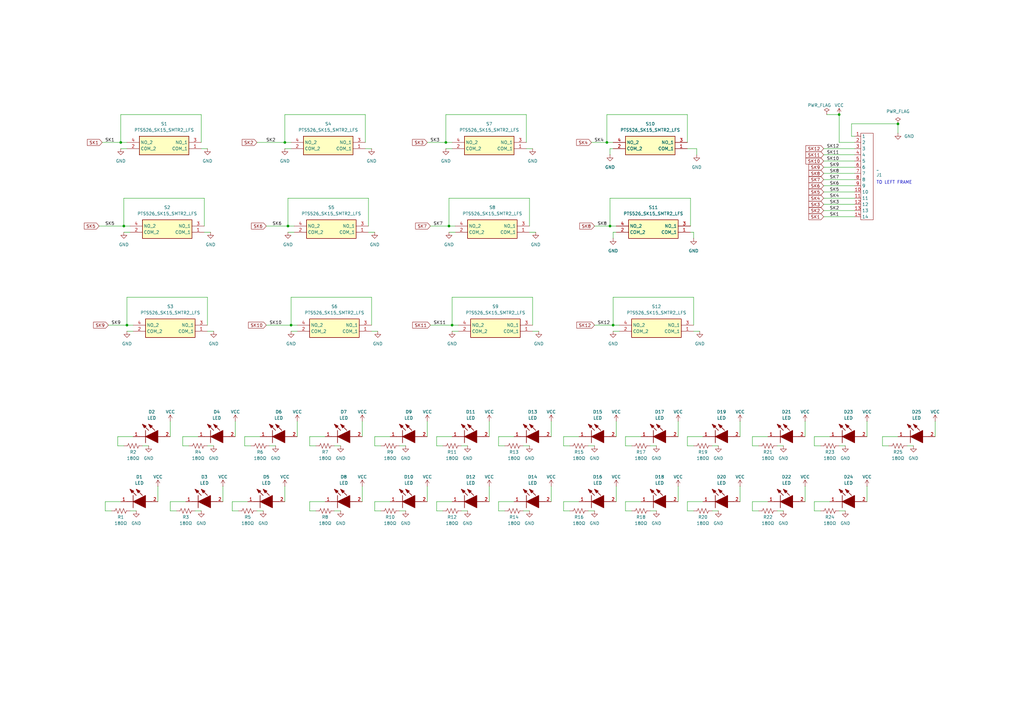
<source format=kicad_sch>
(kicad_sch (version 20231120) (generator "eeschema") (generator_version "8.0")
  (paper "A3")
  (junction (at 344.17 46.99))
  (junction (at 250.19 92.71))
  (junction (at 182.88 58.42))
  (junction (at 368.3 50.8))
  (junction (at 116.84 58.42))
  (junction (at 248.92 58.42))
  (junction (at 52.07 133.35))
  (junction (at 119.38 133.35))
  (junction (at 251.46 133.35))
  (junction (at 184.15 92.71))
  (junction (at 50.8 92.71))
  (junction (at 185.42 133.35))
  (junction (at 49.53 58.42))
  (junction (at 118.11 92.71))
  (wire (pts (xy 52.07 121.92) (xy 85.09 121.92)))
  (wire (pts (xy 337.82 66.04) (xy 350.52 66.04)))
  (wire (pts (xy 214.63 209.55) (xy 217.17 209.55)))
  (wire (pts (xy 256.54 205.74) (xy 262.89 205.74)))
  (wire (pts (xy 118.11 81.28) (xy 151.13 81.28)))
  (wire (pts (xy 85.09 135.89) (xy 87.63 135.89)))
  (wire (pts (xy 284.48 95.25) (xy 283.21 95.25)))
  (wire (pts (xy 308.61 179.07) (xy 314.96 179.07)))
  (wire (pts (xy 285.75 60.96) (xy 281.94 60.96)))
  (wire (pts (xy 361.95 182.88) (xy 364.49 182.88)))
  (wire (pts (xy 50.8 81.28) (xy 50.8 92.71)))
  (wire (pts (xy 49.53 46.99) (xy 82.55 46.99)))
  (wire (pts (xy 303.53 199.39) (xy 303.53 205.74)))
  (wire (pts (xy 96.52 172.72) (xy 96.52 179.07)))
  (wire (pts (xy 95.25 209.55) (xy 97.79 209.55)))
  (wire (pts (xy 344.17 209.55) (xy 346.71 209.55)))
  (wire (pts (xy 48.26 182.88) (xy 50.8 182.88)))
  (wire (pts (xy 69.85 205.74) (xy 69.85 209.55)))
  (wire (pts (xy 41.91 58.42) (xy 49.53 58.42)))
  (wire (pts (xy 334.01 182.88) (xy 336.55 182.88)))
  (wire (pts (xy 251.46 95.25) (xy 252.73 95.25)))
  (wire (pts (xy 337.82 60.96) (xy 350.52 60.96)))
  (wire (pts (xy 337.82 68.58) (xy 350.52 68.58)))
  (wire (pts (xy 368.3 50.8) (xy 368.3 54.61)))
  (wire (pts (xy 337.82 76.2) (xy 350.52 76.2)))
  (wire (pts (xy 153.67 179.07) (xy 160.02 179.07)))
  (wire (pts (xy 204.47 209.55) (xy 207.01 209.55)))
  (wire (pts (xy 204.47 205.74) (xy 204.47 209.55)))
  (wire (pts (xy 284.48 121.92) (xy 284.48 133.35)))
  (wire (pts (xy 153.67 205.74) (xy 160.02 205.74)))
  (wire (pts (xy 285.75 63.5) (xy 285.75 60.96)))
  (wire (pts (xy 153.67 209.55) (xy 156.21 209.55)))
  (wire (pts (xy 49.53 58.42) (xy 52.07 58.42)))
  (wire (pts (xy 281.94 182.88) (xy 284.48 182.88)))
  (wire (pts (xy 215.9 46.99) (xy 215.9 58.42)))
  (wire (pts (xy 250.19 81.28) (xy 283.21 81.28)))
  (wire (pts (xy 74.93 179.07) (xy 74.93 182.88)))
  (wire (pts (xy 153.67 182.88) (xy 156.21 182.88)))
  (wire (pts (xy 184.15 95.25) (xy 186.69 95.25)))
  (wire (pts (xy 266.7 182.88) (xy 269.24 182.88)))
  (wire (pts (xy 182.88 46.99) (xy 182.88 58.42)))
  (wire (pts (xy 184.15 81.28) (xy 184.15 92.71)))
  (wire (pts (xy 241.3 182.88) (xy 243.84 182.88)))
  (wire (pts (xy 231.14 179.07) (xy 237.49 179.07)))
  (wire (pts (xy 149.86 46.99) (xy 149.86 58.42)))
  (wire (pts (xy 218.44 135.89) (xy 220.98 135.89)))
  (wire (pts (xy 214.63 182.88) (xy 217.17 182.88)))
  (wire (pts (xy 204.47 205.74) (xy 210.82 205.74)))
  (wire (pts (xy 85.09 121.92) (xy 85.09 133.35)))
  (wire (pts (xy 100.33 182.88) (xy 102.87 182.88)))
  (wire (pts (xy 250.19 63.5) (xy 250.19 60.96)))
  (wire (pts (xy 116.84 60.96) (xy 119.38 60.96)))
  (wire (pts (xy 179.07 182.88) (xy 181.61 182.88)))
  (wire (pts (xy 250.19 60.96) (xy 251.46 60.96)))
  (wire (pts (xy 251.46 121.92) (xy 251.46 133.35)))
  (wire (pts (xy 179.07 205.74) (xy 185.42 205.74)))
  (wire (pts (xy 52.07 121.92) (xy 52.07 133.35)))
  (wire (pts (xy 284.48 135.89) (xy 287.02 135.89)))
  (wire (pts (xy 179.07 179.07) (xy 185.42 179.07)))
  (wire (pts (xy 185.42 135.89) (xy 187.96 135.89)))
  (wire (pts (xy 337.82 83.82) (xy 350.52 83.82)))
  (wire (pts (xy 252.73 172.72) (xy 252.73 179.07)))
  (wire (pts (xy 48.26 179.07) (xy 54.61 179.07)))
  (wire (pts (xy 334.01 209.55) (xy 336.55 209.55)))
  (wire (pts (xy 175.26 58.42) (xy 182.88 58.42)))
  (wire (pts (xy 266.7 209.55) (xy 269.24 209.55)))
  (wire (pts (xy 278.13 172.72) (xy 278.13 179.07)))
  (wire (pts (xy 226.06 172.72) (xy 226.06 179.07)))
  (wire (pts (xy 349.25 50.8) (xy 368.3 50.8)))
  (wire (pts (xy 185.42 121.92) (xy 218.44 121.92)))
  (wire (pts (xy 153.67 179.07) (xy 153.67 182.88)))
  (wire (pts (xy 308.61 205.74) (xy 308.61 209.55)))
  (wire (pts (xy 372.11 182.88) (xy 374.65 182.88)))
  (wire (pts (xy 48.26 179.07) (xy 48.26 182.88)))
  (wire (pts (xy 256.54 179.07) (xy 262.89 179.07)))
  (wire (pts (xy 355.6 199.39) (xy 355.6 205.74)))
  (wire (pts (xy 53.34 209.55) (xy 55.88 209.55)))
  (wire (pts (xy 251.46 135.89) (xy 254 135.89)))
  (wire (pts (xy 43.18 209.55) (xy 45.72 209.55)))
  (wire (pts (xy 251.46 121.92) (xy 284.48 121.92)))
  (wire (pts (xy 184.15 81.28) (xy 217.17 81.28)))
  (wire (pts (xy 218.44 121.92) (xy 218.44 133.35)))
  (wire (pts (xy 137.16 182.88) (xy 139.7 182.88)))
  (wire (pts (xy 303.53 172.72) (xy 303.53 179.07)))
  (wire (pts (xy 116.84 199.39) (xy 116.84 205.74)))
  (wire (pts (xy 148.59 172.72) (xy 148.59 179.07)))
  (wire (pts (xy 184.15 92.71) (xy 186.69 92.71)))
  (wire (pts (xy 127 205.74) (xy 127 209.55)))
  (wire (pts (xy 95.25 205.74) (xy 95.25 209.55)))
  (wire (pts (xy 74.93 179.07) (xy 81.28 179.07)))
  (wire (pts (xy 231.14 209.55) (xy 233.68 209.55)))
  (wire (pts (xy 337.82 63.5) (xy 350.52 63.5)))
  (wire (pts (xy 281.94 179.07) (xy 281.94 182.88)))
  (wire (pts (xy 361.95 179.07) (xy 361.95 182.88)))
  (wire (pts (xy 74.93 182.88) (xy 77.47 182.88)))
  (wire (pts (xy 355.6 172.72) (xy 355.6 179.07)))
  (wire (pts (xy 69.85 172.72) (xy 69.85 179.07)))
  (wire (pts (xy 281.94 46.99) (xy 281.94 58.42)))
  (wire (pts (xy 189.23 182.88) (xy 191.77 182.88)))
  (wire (pts (xy 50.8 81.28) (xy 83.82 81.28)))
  (wire (pts (xy 250.19 92.71) (xy 252.73 92.71)))
  (wire (pts (xy 82.55 46.99) (xy 82.55 58.42)))
  (wire (pts (xy 64.77 199.39) (xy 64.77 205.74)))
  (wire (pts (xy 217.17 95.25) (xy 219.71 95.25)))
  (wire (pts (xy 100.33 179.07) (xy 106.68 179.07)))
  (wire (pts (xy 349.25 50.8) (xy 349.25 55.88)))
  (wire (pts (xy 179.07 209.55) (xy 181.61 209.55)))
  (wire (pts (xy 200.66 172.72) (xy 200.66 179.07)))
  (wire (pts (xy 250.19 81.28) (xy 250.19 92.71)))
  (wire (pts (xy 226.06 199.39) (xy 226.06 205.74)))
  (wire (pts (xy 109.22 92.71) (xy 118.11 92.71)))
  (wire (pts (xy 308.61 179.07) (xy 308.61 182.88)))
  (wire (pts (xy 118.11 95.25) (xy 120.65 95.25)))
  (wire (pts (xy 308.61 209.55) (xy 311.15 209.55)))
  (wire (pts (xy 251.46 97.79) (xy 251.46 95.25)))
  (wire (pts (xy 127 205.74) (xy 133.35 205.74)))
  (wire (pts (xy 43.18 205.74) (xy 49.53 205.74)))
  (wire (pts (xy 44.45 133.35) (xy 52.07 133.35)))
  (wire (pts (xy 256.54 209.55) (xy 259.08 209.55)))
  (wire (pts (xy 176.53 92.71) (xy 184.15 92.71)))
  (wire (pts (xy 337.82 81.28) (xy 350.52 81.28)))
  (wire (pts (xy 278.13 199.39) (xy 278.13 205.74)))
  (wire (pts (xy 83.82 95.25) (xy 86.36 95.25)))
  (wire (pts (xy 334.01 179.07) (xy 334.01 182.88)))
  (wire (pts (xy 118.11 92.71) (xy 120.65 92.71)))
  (wire (pts (xy 337.82 86.36) (xy 350.52 86.36)))
  (wire (pts (xy 109.22 133.35) (xy 119.38 133.35)))
  (wire (pts (xy 204.47 179.07) (xy 210.82 179.07)))
  (wire (pts (xy 127 179.07) (xy 133.35 179.07)))
  (wire (pts (xy 127 179.07) (xy 127 182.88)))
  (wire (pts (xy 182.88 46.99) (xy 215.9 46.99)))
  (wire (pts (xy 137.16 209.55) (xy 139.7 209.55)))
  (wire (pts (xy 281.94 205.74) (xy 281.94 209.55)))
  (wire (pts (xy 152.4 135.89) (xy 154.94 135.89)))
  (wire (pts (xy 50.8 95.25) (xy 53.34 95.25)))
  (wire (pts (xy 153.67 205.74) (xy 153.67 209.55)))
  (wire (pts (xy 118.11 81.28) (xy 118.11 92.71)))
  (wire (pts (xy 50.8 92.71) (xy 53.34 92.71)))
  (wire (pts (xy 152.4 121.92) (xy 152.4 133.35)))
  (wire (pts (xy 80.01 209.55) (xy 82.55 209.55)))
  (wire (pts (xy 175.26 199.39) (xy 175.26 205.74)))
  (wire (pts (xy 148.59 199.39) (xy 148.59 205.74)))
  (wire (pts (xy 344.17 58.42) (xy 350.52 58.42)))
  (wire (pts (xy 281.94 209.55) (xy 284.48 209.55)))
  (wire (pts (xy 242.57 58.42) (xy 248.92 58.42)))
  (wire (pts (xy 339.09 46.99) (xy 344.17 46.99)))
  (wire (pts (xy 330.2 172.72) (xy 330.2 179.07)))
  (wire (pts (xy 85.09 182.88) (xy 87.63 182.88)))
  (wire (pts (xy 252.73 199.39) (xy 252.73 205.74)))
  (wire (pts (xy 241.3 209.55) (xy 243.84 209.55)))
  (wire (pts (xy 83.82 81.28) (xy 83.82 92.71)))
  (wire (pts (xy 308.61 182.88) (xy 311.15 182.88)))
  (wire (pts (xy 383.54 172.72) (xy 383.54 179.07)))
  (wire (pts (xy 151.13 95.25) (xy 153.67 95.25)))
  (wire (pts (xy 337.82 71.12) (xy 350.52 71.12)))
  (wire (pts (xy 200.66 199.39) (xy 200.66 205.74)))
  (wire (pts (xy 175.26 172.72) (xy 175.26 179.07)))
  (wire (pts (xy 337.82 78.74) (xy 350.52 78.74)))
  (wire (pts (xy 334.01 205.74) (xy 340.36 205.74)))
  (wire (pts (xy 116.84 58.42) (xy 119.38 58.42)))
  (wire (pts (xy 189.23 209.55) (xy 191.77 209.55)))
  (wire (pts (xy 105.41 58.42) (xy 116.84 58.42)))
  (wire (pts (xy 281.94 205.74) (xy 288.29 205.74)))
  (wire (pts (xy 163.83 182.88) (xy 166.37 182.88)))
  (wire (pts (xy 361.95 179.07) (xy 368.3 179.07)))
  (wire (pts (xy 344.17 46.99) (xy 344.17 58.42)))
  (wire (pts (xy 119.38 133.35) (xy 121.92 133.35)))
  (wire (pts (xy 349.25 55.88) (xy 350.52 55.88)))
  (wire (pts (xy 185.42 133.35) (xy 187.96 133.35)))
  (wire (pts (xy 215.9 60.96) (xy 218.44 60.96)))
  (wire (pts (xy 119.38 121.92) (xy 152.4 121.92)))
  (wire (pts (xy 231.14 179.07) (xy 231.14 182.88)))
  (wire (pts (xy 127 182.88) (xy 129.54 182.88)))
  (wire (pts (xy 204.47 179.07) (xy 204.47 182.88)))
  (wire (pts (xy 256.54 205.74) (xy 256.54 209.55)))
  (wire (pts (xy 182.88 58.42) (xy 185.42 58.42)))
  (wire (pts (xy 248.92 46.99) (xy 281.94 46.99)))
  (wire (pts (xy 58.42 182.88) (xy 60.96 182.88)))
  (wire (pts (xy 217.17 81.28) (xy 217.17 92.71)))
  (wire (pts (xy 256.54 179.07) (xy 256.54 182.88)))
  (wire (pts (xy 69.85 205.74) (xy 76.2 205.74)))
  (wire (pts (xy 292.1 182.88) (xy 294.64 182.88)))
  (wire (pts (xy 52.07 133.35) (xy 54.61 133.35)))
  (wire (pts (xy 121.92 172.72) (xy 121.92 179.07)))
  (wire (pts (xy 318.77 182.88) (xy 321.31 182.88)))
  (wire (pts (xy 231.14 182.88) (xy 233.68 182.88)))
  (wire (pts (xy 284.48 97.79) (xy 284.48 95.25)))
  (wire (pts (xy 151.13 81.28) (xy 151.13 92.71)))
  (wire (pts (xy 292.1 209.55) (xy 294.64 209.55)))
  (wire (pts (xy 43.18 205.74) (xy 43.18 209.55)))
  (wire (pts (xy 231.14 205.74) (xy 237.49 205.74)))
  (wire (pts (xy 204.47 182.88) (xy 207.01 182.88)))
  (wire (pts (xy 308.61 205.74) (xy 314.96 205.74)))
  (wire (pts (xy 334.01 179.07) (xy 340.36 179.07)))
  (wire (pts (xy 127 209.55) (xy 129.54 209.55)))
  (wire (pts (xy 330.2 199.39) (xy 330.2 205.74)))
  (wire (pts (xy 91.44 199.39) (xy 91.44 205.74)))
  (wire (pts (xy 185.42 121.92) (xy 185.42 133.35)))
  (wire (pts (xy 110.49 182.88) (xy 113.03 182.88)))
  (wire (pts (xy 243.84 92.71) (xy 250.19 92.71)))
  (wire (pts (xy 119.38 135.89) (xy 121.92 135.89)))
  (wire (pts (xy 95.25 205.74) (xy 101.6 205.74)))
  (wire (pts (xy 243.84 133.35) (xy 251.46 133.35)))
  (wire (pts (xy 116.84 46.99) (xy 149.86 46.99)))
  (wire (pts (xy 149.86 60.96) (xy 152.4 60.96)))
  (wire (pts (xy 49.53 46.99) (xy 49.53 58.42)))
  (wire (pts (xy 52.07 135.89) (xy 54.61 135.89)))
  (wire (pts (xy 337.82 73.66) (xy 350.52 73.66)))
  (wire (pts (xy 248.92 58.42) (xy 251.46 58.42)))
  (wire (pts (xy 163.83 209.55) (xy 166.37 209.55)))
  (wire (pts (xy 179.07 179.07) (xy 179.07 182.88)))
  (wire (pts (xy 69.85 209.55) (xy 72.39 209.55)))
  (wire (pts (xy 334.01 205.74) (xy 334.01 209.55)))
  (wire (pts (xy 100.33 179.07) (xy 100.33 182.88)))
  (wire (pts (xy 49.53 60.96) (xy 52.07 60.96)))
  (wire (pts (xy 119.38 121.92) (xy 119.38 133.35)))
  (wire (pts (xy 283.21 81.28) (xy 283.21 92.71)))
  (wire (pts (xy 179.07 205.74) (xy 179.07 209.55)))
  (wire (pts (xy 344.17 182.88) (xy 346.71 182.88)))
  (wire (pts (xy 182.88 60.96) (xy 185.42 60.96)))
  (wire (pts (xy 231.14 205.74) (xy 231.14 209.55)))
  (wire (pts (xy 251.46 133.35) (xy 254 133.35)))
  (wire (pts (xy 40.64 92.71) (xy 50.8 92.71)))
  (wire (pts (xy 281.94 179.07) (xy 288.29 179.07)))
  (wire (pts (xy 248.92 46.99) (xy 248.92 58.42)))
  (wire (pts (xy 105.41 209.55) (xy 107.95 209.55)))
  (wire (pts (xy 176.53 133.35) (xy 185.42 133.35)))
  (wire (pts (xy 116.84 46.99) (xy 116.84 58.42)))
  (wire (pts (xy 318.77 209.55) (xy 321.31 209.55)))
  (wire (pts (xy 82.55 60.96) (xy 85.09 60.96)))
  (wire (pts (xy 256.54 182.88) (xy 259.08 182.88)))
  (wire (pts (xy 337.82 88.9) (xy 350.52 88.9)))
  (text "TO LEFT FRAME" (at 366.776 74.93 0) (effects (font (size 1.27 1.27))))
  (label "SK3" (at 180.34 58.42 180))
  (label "SK8" (at 248.92 92.71 180))
  (label "SK4" (at 247.65 58.42 180))
  (label "SK3" (at 344.17 83.82 180))
  (label "SK6" (at 344.17 76.2 180))
  (label "SK5" (at 344.17 78.74 180))
  (label "SK10" (at 344.17 66.04 180))
  (label "SK12" (at 250.19 133.35 180))
  (label "SK11" (at 182.88 133.35 180))
  (label "SK11" (at 344.17 63.5 180))
  (label "SK7" (at 181.61 92.71 180))
  (label "SK4" (at 344.17 81.28 180))
  (label "SK1" (at 344.17 88.9 180))
  (label "SK1" (at 46.99 58.42 180))
  (label "SK5" (at 46.99 92.71 180))
  (label "SK8" (at 344.17 71.12 180))
  (label "SK2" (at 344.17 86.36 180))
  (label "SK12" (at 344.17 60.96 180))
  (label "SK10" (at 115.57 133.35 180))
  (label "SK7" (at 344.17 73.66 180))
  (label "SK2" (at 113.03 58.42 180))
  (label "SK6" (at 115.57 92.71 180))
  (label "SK9" (at 344.17 68.58 180))
  (label "SK9" (at 49.53 133.35 180))
  (global_label "SK5" (shape input) (at 337.82 78.74 180) (property "Intersheetrefs" "${INTERSHEET_REFS}" (effects (hide yes))))
  (global_label "SK11" (shape input) (at 337.82 63.5 180) (property "Intersheetrefs" "${INTERSHEET_REFS}" (effects (hide yes))))
  (global_label "SK8" (shape input) (at 243.84 92.71 180) (property "Intersheetrefs" "${INTERSHEET_REFS}" (effects (hide yes))))
  (global_label "SK9" (shape input) (at 337.82 68.58 180) (property "Intersheetrefs" "${INTERSHEET_REFS}" (effects (hide yes))))
  (global_label "SK7" (shape input) (at 176.53 92.71 180) (property "Intersheetrefs" "${INTERSHEET_REFS}" (effects (hide yes))))
  (global_label "SK9" (shape input) (at 44.45 133.35 180) (property "Intersheetrefs" "${INTERSHEET_REFS}" (effects (hide yes))))
  (global_label "SK2" (shape input) (at 105.41 58.42 180) (property "Intersheetrefs" "${INTERSHEET_REFS}" (effects (hide yes))))
  (global_label "SK3" (shape input) (at 337.82 83.82 180) (property "Intersheetrefs" "${INTERSHEET_REFS}" (effects (hide yes))))
  (global_label "SK3" (shape input) (at 175.26 58.42 180) (property "Intersheetrefs" "${INTERSHEET_REFS}" (effects (hide yes))))
  (global_label "SK8" (shape input) (at 337.82 71.12 180) (property "Intersheetrefs" "${INTERSHEET_REFS}" (effects (hide yes))))
  (global_label "SK4" (shape input) (at 337.82 81.28 180) (property "Intersheetrefs" "${INTERSHEET_REFS}" (effects (hide yes))))
  (global_label "SK7" (shape input) (at 337.82 73.66 180) (property "Intersheetrefs" "${INTERSHEET_REFS}" (effects (hide yes))))
  (global_label "SK4" (shape input) (at 242.57 58.42 180) (property "Intersheetrefs" "${INTERSHEET_REFS}" (effects (hide yes))))
  (global_label "SK2" (shape input) (at 337.82 86.36 180) (property "Intersheetrefs" "${INTERSHEET_REFS}" (effects (hide yes))))
  (global_label "SK6" (shape input) (at 109.22 92.71 180) (property "Intersheetrefs" "${INTERSHEET_REFS}" (effects (hide yes))))
  (global_label "SK5" (shape input) (at 40.64 92.71 180) (property "Intersheetrefs" "${INTERSHEET_REFS}" (effects (hide yes))))
  (global_label "SK1" (shape input) (at 337.82 88.9 180) (property "Intersheetrefs" "${INTERSHEET_REFS}" (effects (hide yes))))
  (global_label "SK11" (shape input) (at 176.53 133.35 180) (property "Intersheetrefs" "${INTERSHEET_REFS}" (effects (hide yes))))
  (global_label "SK1" (shape input) (at 41.91 58.42 180) (property "Intersheetrefs" "${INTERSHEET_REFS}" (effects (hide yes))))
  (global_label "SK6" (shape input) (at 337.82 76.2 180) (property "Intersheetrefs" "${INTERSHEET_REFS}" (effects (hide yes))))
  (global_label "SK12" (shape input) (at 243.84 133.35 180) (property "Intersheetrefs" "${INTERSHEET_REFS}" (effects (hide yes))))
  (global_label "SK10" (shape input) (at 337.82 66.04 180) (property "Intersheetrefs" "${INTERSHEET_REFS}" (effects (hide yes))))
  (global_label "SK10" (shape input) (at 109.22 133.35 180) (property "Intersheetrefs" "${INTERSHEET_REFS}" (effects (hide yes))))
  (global_label "SK12" (shape input) (at 337.82 60.96 180) (property "Intersheetrefs" "${INTERSHEET_REFS}" (effects (hide yes))))
  (symbol (lib_id "PTS526-SK-15-SMTR2:PTS526_SK15_SMTR2_LFS") (at 215.9 60.96 180) (unit 1)
    (property "Reference" "S7" (at 200.66 50.8 0))
    (property "Value" "PTS526_SK15_SMTR2_LFS" (at 200.66 53.34 0))
    (property "Footprint" "PTS526-SK15-SMTR2-LFS:PTS526SK15SMTR2LFS" (effects (hide yes)))
    (property "Datasheet" "https://www.ckswitches.com/media/2780/pts526.pdf" (effects (hide yes)))
    (property "Description" "Tact 5.2 x 5.2, 1.5 mm H, 260gf, G leads, No ground pin, metal actuator" (effects (hide yes)))
    (property "Height" "1.65" (effects (hide yes)))
    (property "Mouser Part Number" "611-PTS526SK15SMR2L" (effects (hide yes)))
    (property "Mouser Price/Stock" "https://www.mouser.co.uk/ProductDetail/CK/PTS526-SK15-SMTR2-LFS?qs=UXgszm6BlbF5Ezp94JAQtw%3D%3D" (effects (hide yes)))
    (property "Manufacturer_Name" "C & K COMPONENTS" (effects (hide yes)))
    (property "Manufacturer_Part_Number" "PTS526 SK15 SMTR2 LFS" (effects (hide yes)))
  )
  (symbol (lib_id "power:VCC") (at 383.54 172.72 0) (unit 1)
    (property "Reference" "#PWR076" (effects (hide yes)))
    (property "Value" "VCC" (at 383.54 168.91 0))
    (property "Description" "Power symbol creates a global label with name \"VCC\"" (effects (hide yes)))
  )
  (symbol (lib_id "Device:R_US") (at 106.68 182.88 90) (unit 1)
    (property "Reference" "R6" (at 106.68 185.42 90))
    (property "Value" "180Ω" (at 106.68 187.96 90))
    (property "Footprint" "Resistor_SMD:R_0603_1608Metric_Pad0.98x0.95mm_HandSolder" (effects (hide yes)))
  )
  (symbol (lib_id "power:GND") (at 139.7 209.55 0) (unit 1)
    (property "Reference" "#PWR023" (effects (hide yes)))
    (property "Value" "GND" (at 139.7 214.63 0))
    (property "Description" "Power symbol creates a global label with name \"GND\" , ground" (effects (hide yes)))
  )
  (symbol (lib_id "power:VCC") (at 121.92 172.72 0) (unit 1)
    (property "Reference" "#PWR021" (effects (hide yes)))
    (property "Value" "VCC" (at 121.92 168.91 0))
    (property "Description" "Power symbol creates a global label with name \"VCC\"" (effects (hide yes)))
  )
  (symbol (lib_id "Device:R_US") (at 210.82 209.55 90) (unit 1)
    (property "Reference" "R14" (at 210.82 212.09 90))
    (property "Value" "180Ω" (at 210.82 214.63 90))
    (property "Footprint" "Resistor_SMD:R_0603_1608Metric_Pad0.98x0.95mm_HandSolder" (effects (hide yes)))
  )
  (symbol (lib_id "IN-S63AT5UW:IN-S63AT5UW") (at 160.02 205.74 0) (unit 1)
    (property "Reference" "D10" (at 167.64 195.58 0))
    (property "Value" "LED" (at 167.64 198.12 0))
    (property "Footprint" "IN-S63AT5UW:LEDC1608X39N" (effects (hide yes)))
    (property "Description" "Standard LEDs - SMD White LED" (effects (hide yes)))
    (property "Height" "0.39" (effects (hide yes)))
    (property "Mouser Part Number" "743-IN-S63AT5UW" (effects (hide yes)))
    (property "Mouser Price/Stock" "https://www.mouser.co.uk/ProductDetail/Inolux/IN-S63AT5UW?qs=fAHHVMwC%252BbjOUaZe%2F%2FIGRQ%3D%3D" (effects (hide yes)))
    (property "Manufacturer_Name" "Inolux" (effects (hide yes)))
    (property "Manufacturer_Part_Number" "IN-S63AT5UW" (effects (hide yes)))
  )
  (symbol (lib_id "power:VCC") (at 148.59 199.39 0) (unit 1)
    (property "Reference" "#PWR025" (effects (hide yes)))
    (property "Value" "VCC" (at 148.59 195.58 0))
    (property "Description" "Power symbol creates a global label with name \"VCC\"" (effects (hide yes)))
  )
  (symbol (lib_id "power:GND") (at 285.75 63.5 0) (unit 1)
    (property "Reference" "#PWR059" (effects (hide yes)))
    (property "Value" "GND" (at 285.75 68.58 0))
    (property "Description" "Power symbol creates a global label with name \"GND\" , ground" (effects (hide yes)))
  )
  (symbol (lib_id "IN-S63AT5UW:IN-S63AT5UW") (at 49.53 205.74 0) (unit 1)
    (property "Reference" "D1" (at 57.15 195.58 0))
    (property "Value" "LED" (at 57.15 198.12 0))
    (property "Footprint" "IN-S63AT5UW:LEDC1608X39N" (effects (hide yes)))
    (property "Description" "Standard LEDs - SMD White LED" (effects (hide yes)))
    (property "Height" "0.39" (effects (hide yes)))
    (property "Mouser Part Number" "743-IN-S63AT5UW" (effects (hide yes)))
    (property "Mouser Price/Stock" "https://www.mouser.co.uk/ProductDetail/Inolux/IN-S63AT5UW?qs=fAHHVMwC%252BbjOUaZe%2F%2FIGRQ%3D%3D" (effects (hide yes)))
    (property "Manufacturer_Name" "Inolux" (effects (hide yes)))
    (property "Manufacturer_Part_Number" "IN-S63AT5UW" (effects (hide yes)))
  )
  (symbol (lib_id "Device:R_US") (at 340.36 209.55 90) (unit 1)
    (property "Reference" "R24" (at 340.36 212.09 90))
    (property "Value" "180Ω" (at 340.36 214.63 90))
    (property "Footprint" "Resistor_SMD:R_0603_1608Metric_Pad0.98x0.95mm_HandSolder" (effects (hide yes)))
  )
  (symbol (lib_id "IN-S63AT5UW:IN-S63AT5UW") (at 185.42 179.07 0) (unit 1)
    (property "Reference" "D11" (at 193.04 168.91 0))
    (property "Value" "LED" (at 193.04 171.45 0))
    (property "Footprint" "IN-S63AT5UW:LEDC1608X39N" (effects (hide yes)))
    (property "Description" "Standard LEDs - SMD White LED" (effects (hide yes)))
    (property "Height" "0.39" (effects (hide yes)))
    (property "Mouser Part Number" "743-IN-S63AT5UW" (effects (hide yes)))
    (property "Mouser Price/Stock" "https://www.mouser.co.uk/ProductDetail/Inolux/IN-S63AT5UW?qs=fAHHVMwC%252BbjOUaZe%2F%2FIGRQ%3D%3D" (effects (hide yes)))
    (property "Manufacturer_Name" "Inolux" (effects (hide yes)))
    (property "Manufacturer_Part_Number" "IN-S63AT5UW" (effects (hide yes)))
  )
  (symbol (lib_id "power:GND") (at 82.55 209.55 0) (unit 1)
    (property "Reference" "#PWR08" (effects (hide yes)))
    (property "Value" "GND" (at 82.55 214.63 0))
    (property "Description" "Power symbol creates a global label with name \"GND\" , ground" (effects (hide yes)))
  )
  (symbol (lib_id "power:GND") (at 294.64 182.88 0) (unit 1)
    (property "Reference" "#PWR061" (effects (hide yes)))
    (property "Value" "GND" (at 294.64 187.96 0))
    (property "Description" "Power symbol creates a global label with name \"GND\" , ground" (effects (hide yes)))
  )
  (symbol (lib_id "power:PWR_FLAG") (at 339.09 46.99 0) (unit 1)
    (property "Reference" "#FLG01" (effects (hide yes)))
    (property "Value" "PWR_FLAG" (at 336.042 43.18 0))
    (property "Description" "Special symbol for telling ERC where power comes from" (effects (hide yes)))
  )
  (symbol (lib_id "Device:R_US") (at 262.89 209.55 90) (unit 1)
    (property "Reference" "R18" (at 262.89 212.09 90))
    (property "Value" "180Ω" (at 262.89 214.63 90))
    (property "Footprint" "Resistor_SMD:R_0603_1608Metric_Pad0.98x0.95mm_HandSolder" (effects (hide yes)))
  )
  (symbol (lib_id "power:GND") (at 251.46 135.89 0) (unit 1)
    (property "Reference" "#PWR051" (effects (hide yes)))
    (property "Value" "GND" (at 251.46 140.97 0))
    (property "Description" "Power symbol creates a global label with name \"GND\" , ground" (effects (hide yes)))
  )
  (symbol (lib_id "power:VCC") (at 226.06 172.72 0) (unit 1)
    (property "Reference" "#PWR045" (effects (hide yes)))
    (property "Value" "VCC" (at 226.06 168.91 0))
    (property "Description" "Power symbol creates a global label with name \"VCC\"" (effects (hide yes)))
  )
  (symbol (lib_id "IN-S63AT5UW:IN-S63AT5UW") (at 262.89 205.74 0) (unit 1)
    (property "Reference" "D18" (at 270.51 195.58 0))
    (property "Value" "LED" (at 270.51 198.12 0))
    (property "Footprint" "IN-S63AT5UW:LEDC1608X39N" (effects (hide yes)))
    (property "Description" "Standard LEDs - SMD White LED" (effects (hide yes)))
    (property "Height" "0.39" (effects (hide yes)))
    (property "Mouser Part Number" "743-IN-S63AT5UW" (effects (hide yes)))
    (property "Mouser Price/Stock" "https://www.mouser.co.uk/ProductDetail/Inolux/IN-S63AT5UW?qs=fAHHVMwC%252BbjOUaZe%2F%2FIGRQ%3D%3D" (effects (hide yes)))
    (property "Manufacturer_Name" "Inolux" (effects (hide yes)))
    (property "Manufacturer_Part_Number" "IN-S63AT5UW" (effects (hide yes)))
  )
  (symbol (lib_id "Device:R_US") (at 133.35 209.55 90) (unit 1)
    (property "Reference" "R8" (at 133.35 212.09 90))
    (property "Value" "180Ω" (at 133.35 214.63 90))
    (property "Footprint" "Resistor_SMD:R_0603_1608Metric_Pad0.98x0.95mm_HandSolder" (effects (hide yes)))
  )
  (symbol (lib_id "PTS526-SK-15-SMTR2:PTS526_SK15_SMTR2_LFS") (at 284.48 135.89 180) (unit 1)
    (property "Reference" "S12" (at 269.24 125.73 0))
    (property "Value" "PTS526_SK15_SMTR2_LFS" (at 269.24 128.27 0))
    (property "Footprint" "PTS526-SK15-SMTR2-LFS:PTS526SK15SMTR2LFS" (effects (hide yes)))
    (property "Datasheet" "https://www.ckswitches.com/media/2780/pts526.pdf" (effects (hide yes)))
    (property "Description" "Tact 5.2 x 5.2, 1.5 mm H, 260gf, G leads, No ground pin, metal actuator" (effects (hide yes)))
    (property "Height" "1.65" (effects (hide yes)))
    (property "Mouser Part Number" "611-PTS526SK15SMR2L" (effects (hide yes)))
    (property "Mouser Price/Stock" "https://www.mouser.co.uk/ProductDetail/CK/PTS526-SK15-SMTR2-LFS?qs=UXgszm6BlbF5Ezp94JAQtw%3D%3D" (effects (hide yes)))
    (property "Manufacturer_Name" "C & K COMPONENTS" (effects (hide yes)))
    (property "Manufacturer_Part_Number" "PTS526 SK15 SMTR2 LFS" (effects (hide yes)))
  )
  (symbol (lib_id "IN-S63AT5UW:IN-S63AT5UW") (at 101.6 205.74 0) (unit 1)
    (property "Reference" "D5" (at 109.22 195.58 0))
    (property "Value" "LED" (at 109.22 198.12 0))
    (property "Footprint" "IN-S63AT5UW:LEDC1608X39N" (effects (hide yes)))
    (property "Description" "Standard LEDs - SMD White LED" (effects (hide yes)))
    (property "Height" "0.39" (effects (hide yes)))
    (property "Mouser Part Number" "743-IN-S63AT5UW" (effects (hide yes)))
    (property "Mouser Price/Stock" "https://www.mouser.co.uk/ProductDetail/Inolux/IN-S63AT5UW?qs=fAHHVMwC%252BbjOUaZe%2F%2FIGRQ%3D%3D" (effects (hide yes)))
    (property "Manufacturer_Name" "Inolux" (effects (hide yes)))
    (property "Manufacturer_Part_Number" "IN-S63AT5UW" (effects (hide yes)))
  )
  (symbol (lib_id "Connectors_FFC:CF31141D0R0-05-NH") (at 355.6 71.12 90) (mirror x) (unit 1)
    (property "Reference" "J1" (at 359.41 71.7551 90) (effects (justify right)))
    (property "Value" "~" (at 359.41 69.85 90) (effects (justify right)))
    (property "Footprint" "Connector-FFC:CF31141D0R0-05-NH" (effects (hide yes)))
  )
  (symbol (lib_id "Device:R_US") (at 101.6 209.55 90) (unit 1)
    (property "Reference" "R5" (at 101.6 212.09 90))
    (property "Value" "180Ω" (at 101.6 214.63 90))
    (property "Footprint" "Resistor_SMD:R_0603_1608Metric_Pad0.98x0.95mm_HandSolder" (effects (hide yes)))
  )
  (symbol (lib_id "Device:R_US") (at 288.29 209.55 90) (unit 1)
    (property "Reference" "R20" (at 288.29 212.09 90))
    (property "Value" "180Ω" (at 288.29 214.63 90))
    (property "Footprint" "Resistor_SMD:R_0603_1608Metric_Pad0.98x0.95mm_HandSolder" (effects (hide yes)))
  )
  (symbol (lib_id "power:GND") (at 154.94 135.89 0) (unit 1)
    (property "Reference" "#PWR028" (effects (hide yes)))
    (property "Value" "GND" (at 154.94 140.97 0))
    (property "Description" "Power symbol creates a global label with name \"GND\" , ground" (effects (hide yes)))
  )
  (symbol (lib_id "Device:R_US") (at 133.35 182.88 90) (unit 1)
    (property "Reference" "R7" (at 133.35 185.42 90))
    (property "Value" "180Ω" (at 133.35 187.96 90))
    (property "Footprint" "Resistor_SMD:R_0603_1608Metric_Pad0.98x0.95mm_HandSolder" (effects (hide yes)))
  )
  (symbol (lib_id "power:GND") (at 191.77 209.55 0) (unit 1)
    (property "Reference" "#PWR037" (effects (hide yes)))
    (property "Value" "GND" (at 191.77 214.63 0))
    (property "Description" "Power symbol creates a global label with name \"GND\" , ground" (effects (hide yes)))
  )
  (symbol (lib_id "Device:R_US") (at 210.82 182.88 90) (unit 1)
    (property "Reference" "R13" (at 210.82 185.42 90))
    (property "Value" "180Ω" (at 210.82 187.96 90))
    (property "Footprint" "Resistor_SMD:R_0603_1608Metric_Pad0.98x0.95mm_HandSolder" (effects (hide yes)))
  )
  (symbol (lib_id "power:GND") (at 321.31 182.88 0) (unit 1)
    (property "Reference" "#PWR065" (effects (hide yes)))
    (property "Value" "GND" (at 321.31 187.96 0))
    (property "Description" "Power symbol creates a global label with name \"GND\" , ground" (effects (hide yes)))
  )
  (symbol (lib_id "Device:R_US") (at 54.61 182.88 90) (unit 1)
    (property "Reference" "R2" (at 54.61 185.42 90))
    (property "Value" "180Ω" (at 54.61 187.96 90))
    (property "Footprint" "Resistor_SMD:R_0603_1608Metric_Pad0.98x0.95mm_HandSolder" (effects (hide yes)))
  )
  (symbol (lib_id "power:GND") (at 86.36 95.25 0) (unit 1)
    (property "Reference" "#PWR010" (effects (hide yes)))
    (property "Value" "GND" (at 86.36 100.33 0))
    (property "Description" "Power symbol creates a global label with name \"GND\" , ground" (effects (hide yes)))
  )
  (symbol (lib_id "power:GND") (at 52.07 135.89 0) (unit 1)
    (property "Reference" "#PWR03" (effects (hide yes)))
    (property "Value" "GND" (at 52.07 140.97 0))
    (property "Description" "Power symbol creates a global label with name \"GND\" , ground" (effects (hide yes)))
  )
  (symbol (lib_id "PTS526-SK-15-SMTR2:PTS526_SK15_SMTR2_LFS") (at 152.4 135.89 180) (unit 1)
    (property "Reference" "S6" (at 137.16 125.73 0))
    (property "Value" "PTS526_SK15_SMTR2_LFS" (at 137.16 128.27 0))
    (property "Footprint" "PTS526-SK15-SMTR2-LFS:PTS526SK15SMTR2LFS" (effects (hide yes)))
    (property "Datasheet" "https://www.ckswitches.com/media/2780/pts526.pdf" (effects (hide yes)))
    (property "Description" "Tact 5.2 x 5.2, 1.5 mm H, 260gf, G leads, No ground pin, metal actuator" (effects (hide yes)))
    (property "Height" "1.65" (effects (hide yes)))
    (property "Mouser Part Number" "611-PTS526SK15SMR2L" (effects (hide yes)))
    (property "Mouser Price/Stock" "https://www.mouser.co.uk/ProductDetail/CK/PTS526-SK15-SMTR2-LFS?qs=UXgszm6BlbF5Ezp94JAQtw%3D%3D" (effects (hide yes)))
    (property "Manufacturer_Name" "C & K COMPONENTS" (effects (hide yes)))
    (property "Manufacturer_Part_Number" "PTS526 SK15 SMTR2 LFS" (effects (hide yes)))
  )
  (symbol (lib_id "power:VCC") (at 344.17 46.99 0) (unit 1)
    (property "Reference" "#PWR069" (effects (hide yes)))
    (property "Value" "VCC" (at 344.17 43.18 0))
    (property "Description" "Power symbol creates a global label with name \"VCC\"" (effects (hide yes)))
  )
  (symbol (lib_id "IN-S63AT5UW:IN-S63AT5UW") (at 160.02 179.07 0) (unit 1)
    (property "Reference" "D9" (at 167.64 168.91 0))
    (property "Value" "LED" (at 167.64 171.45 0))
    (property "Footprint" "IN-S63AT5UW:LEDC1608X39N" (effects (hide yes)))
    (property "Description" "Standard LEDs - SMD White LED" (effects (hide yes)))
    (property "Height" "0.39" (effects (hide yes)))
    (property "Mouser Part Number" "743-IN-S63AT5UW" (effects (hide yes)))
    (property "Mouser Price/Stock" "https://www.mouser.co.uk/ProductDetail/Inolux/IN-S63AT5UW?qs=fAHHVMwC%252BbjOUaZe%2F%2FIGRQ%3D%3D" (effects (hide yes)))
    (property "Manufacturer_Name" "Inolux" (effects (hide yes)))
    (property "Manufacturer_Part_Number" "IN-S63AT5UW" (effects (hide yes)))
  )
  (symbol (lib_id "Device:R_US") (at 288.29 182.88 90) (unit 1)
    (property "Reference" "R19" (at 288.29 185.42 90))
    (property "Value" "180Ω" (at 288.29 187.96 90))
    (property "Footprint" "Resistor_SMD:R_0603_1608Metric_Pad0.98x0.95mm_HandSolder" (effects (hide yes)))
  )
  (symbol (lib_id "Device:R_US") (at 262.89 182.88 90) (unit 1)
    (property "Reference" "R17" (at 262.89 185.42 90))
    (property "Value" "180Ω" (at 262.89 187.96 90))
    (property "Footprint" "Resistor_SMD:R_0603_1608Metric_Pad0.98x0.95mm_HandSolder" (effects (hide yes)))
  )
  (symbol (lib_id "IN-S63AT5UW:IN-S63AT5UW") (at 133.35 205.74 0) (unit 1)
    (property "Reference" "D8" (at 140.97 195.58 0))
    (property "Value" "LED" (at 140.97 198.12 0))
    (property "Footprint" "IN-S63AT5UW:LEDC1608X39N" (effects (hide yes)))
    (property "Description" "Standard LEDs - SMD White LED" (effects (hide yes)))
    (property "Height" "0.39" (effects (hide yes)))
    (property "Mouser Part Number" "743-IN-S63AT5UW" (effects (hide yes)))
    (property "Mouser Price/Stock" "https://www.mouser.co.uk/ProductDetail/Inolux/IN-S63AT5UW?qs=fAHHVMwC%252BbjOUaZe%2F%2FIGRQ%3D%3D" (effects (hide yes)))
    (property "Manufacturer_Name" "Inolux" (effects (hide yes)))
    (property "Manufacturer_Part_Number" "IN-S63AT5UW" (effects (hide yes)))
  )
  (symbol (lib_id "power:PWR_FLAG") (at 368.3 50.8 0) (unit 1)
    (property "Reference" "#FLG02" (effects (hide yes)))
    (property "Value" "PWR_FLAG" (at 368.3 45.72 0))
    (property "Description" "Special symbol for telling ERC where power comes from" (effects (hide yes)))
  )
  (symbol (lib_id "power:GND") (at 139.7 182.88 0) (unit 1)
    (property "Reference" "#PWR022" (effects (hide yes)))
    (property "Value" "GND" (at 139.7 187.96 0))
    (property "Description" "Power symbol creates a global label with name \"GND\" , ground" (effects (hide yes)))
  )
  (symbol (lib_id "power:VCC") (at 355.6 199.39 0) (unit 1)
    (property "Reference" "#PWR073" (effects (hide yes)))
    (property "Value" "VCC" (at 355.6 195.58 0))
    (property "Description" "Power symbol creates a global label with name \"VCC\"" (effects (hide yes)))
  )
  (symbol (lib_id "power:GND") (at 166.37 209.55 0) (unit 1)
    (property "Reference" "#PWR030" (effects (hide yes)))
    (property "Value" "GND" (at 166.37 214.63 0))
    (property "Description" "Power symbol creates a global label with name \"GND\" , ground" (effects (hide yes)))
  )
  (symbol (lib_id "power:VCC") (at 252.73 199.39 0) (unit 1)
    (property "Reference" "#PWR053" (effects (hide yes)))
    (property "Value" "VCC" (at 252.73 195.58 0))
    (property "Description" "Power symbol creates a global label with name \"VCC\"" (effects (hide yes)))
  )
  (symbol (lib_id "Device:R_US") (at 340.36 182.88 90) (unit 1)
    (property "Reference" "R23" (at 340.36 185.42 90))
    (property "Value" "180Ω" (at 340.36 187.96 90))
    (property "Footprint" "Resistor_SMD:R_0603_1608Metric_Pad0.98x0.95mm_HandSolder" (effects (hide yes)))
  )
  (symbol (lib_id "PTS526-SK-15-SMTR2:PTS526_SK15_SMTR2_LFS") (at 217.17 95.25 180) (unit 1)
    (property "Reference" "S8" (at 201.93 85.09 0))
    (property "Value" "PTS526_SK15_SMTR2_LFS" (at 201.93 87.63 0))
    (property "Footprint" "PTS526-SK15-SMTR2-LFS:PTS526SK15SMTR2LFS" (effects (hide yes)))
    (property "Datasheet" "https://www.ckswitches.com/media/2780/pts526.pdf" (effects (hide yes)))
    (property "Description" "Tact 5.2 x 5.2, 1.5 mm H, 260gf, G leads, No ground pin, metal actuator" (effects (hide yes)))
    (property "Height" "1.65" (effects (hide yes)))
    (property "Mouser Part Number" "611-PTS526SK15SMR2L" (effects (hide yes)))
    (property "Mouser Price/Stock" "https://www.mouser.co.uk/ProductDetail/CK/PTS526-SK15-SMTR2-LFS?qs=UXgszm6BlbF5Ezp94JAQtw%3D%3D" (effects (hide yes)))
    (property "Manufacturer_Name" "C & K COMPONENTS" (effects (hide yes)))
    (property "Manufacturer_Part_Number" "PTS526 SK15 SMTR2 LFS" (effects (hide yes)))
  )
  (symbol (lib_id "power:GND") (at 251.46 97.79 0) (unit 1)
    (property "Reference" "#PWR050" (effects (hide yes)))
    (property "Value" "GND" (at 251.46 102.87 0))
    (property "Description" "Power symbol creates a global label with name \"GND\" , ground" (effects (hide yes)))
  )
  (symbol (lib_id "power:GND") (at 220.98 135.89 0) (unit 1)
    (property "Reference" "#PWR044" (effects (hide yes)))
    (property "Value" "GND" (at 220.98 140.97 0))
    (property "Description" "Power symbol creates a global label with name \"GND\" , ground" (effects (hide yes)))
  )
  (symbol (lib_id "power:GND") (at 284.48 97.79 0) (unit 1)
    (property "Reference" "#PWR058" (effects (hide yes)))
    (property "Value" "GND" (at 284.48 102.87 0))
    (property "Description" "Power symbol creates a global label with name \"GND\" , ground" (effects (hide yes)))
  )
  (symbol (lib_id "power:VCC") (at 69.85 172.72 0) (unit 1)
    (property "Reference" "#PWR07" (effects (hide yes)))
    (property "Value" "VCC" (at 69.85 168.91 0))
    (property "Description" "Power symbol creates a global label with name \"VCC\"" (effects (hide yes)))
  )
  (symbol (lib_id "power:GND") (at 153.67 95.25 0) (unit 1)
    (property "Reference" "#PWR027" (effects (hide yes)))
    (property "Value" "GND" (at 153.67 100.33 0))
    (property "Description" "Power symbol creates a global label with name \"GND\" , ground" (effects (hide yes)))
  )
  (symbol (lib_id "Device:R_US") (at 314.96 182.88 90) (unit 1)
    (property "Reference" "R21" (at 314.96 185.42 90))
    (property "Value" "180Ω" (at 314.96 187.96 90))
    (property "Footprint" "Resistor_SMD:R_0603_1608Metric_Pad0.98x0.95mm_HandSolder" (effects (hide yes)))
  )
  (symbol (lib_id "IN-S63AT5UW:IN-S63AT5UW") (at 76.2 205.74 0) (unit 1)
    (property "Reference" "D3" (at 83.82 195.58 0))
    (property "Value" "LED" (at 83.82 198.12 0))
    (property "Footprint" "IN-S63AT5UW:LEDC1608X39N" (effects (hide yes)))
    (property "Description" "Standard LEDs - SMD White LED" (effects (hide yes)))
    (property "Height" "0.39" (effects (hide yes)))
    (property "Mouser Part Number" "743-IN-S63AT5UW" (effects (hide yes)))
    (property "Mouser Price/Stock" "https://www.mouser.co.uk/ProductDetail/Inolux/IN-S63AT5UW?qs=fAHHVMwC%252BbjOUaZe%2F%2FIGRQ%3D%3D" (effects (hide yes)))
    (property "Manufacturer_Name" "Inolux" (effects (hide yes)))
    (property "Manufacturer_Part_Number" "IN-S63AT5UW" (effects (hide yes)))
  )
  (symbol (lib_id "IN-S63AT5UW:IN-S63AT5UW") (at 106.68 179.07 0) (unit 1)
    (property "Reference" "D6" (at 114.3 168.91 0))
    (property "Value" "LED" (at 114.3 171.45 0))
    (property "Footprint" "IN-S63AT5UW:LEDC1608X39N" (effects (hide yes)))
    (property "Description" "Standard LEDs - SMD White LED" (effects (hide yes)))
    (property "Height" "0.39" (effects (hide yes)))
    (property "Mouser Part Number" "743-IN-S63AT5UW" (effects (hide yes)))
    (property "Mouser Price/Stock" "https://www.mouser.co.uk/ProductDetail/Inolux/IN-S63AT5UW?qs=fAHHVMwC%252BbjOUaZe%2F%2FIGRQ%3D%3D" (effects (hide yes)))
    (property "Manufacturer_Name" "Inolux" (effects (hide yes)))
    (property "Manufacturer_Part_Number" "IN-S63AT5UW" (effects (hide yes)))
  )
  (symbol (lib_id "power:VCC") (at 330.2 199.39 0) (unit 1)
    (property "Reference" "#PWR068" (effects (hide yes)))
    (property "Value" "VCC" (at 330.2 195.58 0))
    (property "Description" "Power symbol creates a global label with name \"VCC\"" (effects (hide yes)))
  )
  (symbol (lib_id "power:VCC") (at 278.13 199.39 0) (unit 1)
    (property "Reference" "#PWR057" (effects (hide yes)))
    (property "Value" "VCC" (at 278.13 195.58 0))
    (property "Description" "Power symbol creates a global label with name \"VCC\"" (effects (hide yes)))
  )
  (symbol (lib_id "IN-S63AT5UW:IN-S63AT5UW") (at 340.36 205.74 0) (unit 1)
    (property "Reference" "D24" (at 347.98 195.58 0))
    (property "Value" "LED" (at 347.98 198.12 0))
    (property "Footprint" "IN-S63AT5UW:LEDC1608X39N" (effects (hide yes)))
    (property "Description" "Standard LEDs - SMD White LED" (effects (hide yes)))
    (property "Height" "0.39" (effects (hide yes)))
    (property "Mouser Part Number" "743-IN-S63AT5UW" (effects (hide yes)))
    (property "Mouser Price/Stock" "https://www.mouser.co.uk/ProductDetail/Inolux/IN-S63AT5UW?qs=fAHHVMwC%252BbjOUaZe%2F%2FIGRQ%3D%3D" (effects (hide yes)))
    (property "Manufacturer_Name" "Inolux" (effects (hide yes)))
    (property "Manufacturer_Part_Number" "IN-S63AT5UW" (effects (hide yes)))
  )
  (symbol (lib_id "power:GND") (at 287.02 135.89 0) (unit 1)
    (property "Reference" "#PWR060" (effects (hide yes)))
    (property "Value" "GND" (at 287.02 140.97 0))
    (property "Description" "Power symbol creates a global label with name \"GND\" , ground" (effects (hide yes)))
  )
  (symbol (lib_id "IN-S63AT5UW:IN-S63AT5UW") (at 340.36 179.07 0) (unit 1)
    (property "Reference" "D23" (at 347.98 168.91 0))
    (property "Value" "LED" (at 347.98 171.45 0))
    (property "Footprint" "IN-S63AT5UW:LEDC1608X39N" (effects (hide yes)))
    (property "Description" "Standard LEDs - SMD White LED" (effects (hide yes)))
    (property "Height" "0.39" (effects (hide yes)))
    (property "Mouser Part Number" "743-IN-S63AT5UW" (effects (hide yes)))
    (property "Mouser Price/Stock" "https://www.mouser.co.uk/ProductDetail/Inolux/IN-S63AT5UW?qs=fAHHVMwC%252BbjOUaZe%2F%2FIGRQ%3D%3D" (effects (hide yes)))
    (property "Manufacturer_Name" "Inolux" (effects (hide yes)))
    (property "Manufacturer_Part_Number" "IN-S63AT5UW" (effects (hide yes)))
  )
  (symbol (lib_id "Device:R_US") (at 368.3 182.88 90) (unit 1)
    (property "Reference" "R25" (at 368.3 185.42 90))
    (property "Value" "180Ω" (at 368.3 187.96 90))
    (property "Footprint" "Resistor_SMD:R_0603_1608Metric_Pad0.98x0.95mm_HandSolder" (effects (hide yes)))
  )
  (symbol (lib_id "IN-S63AT5UW:IN-S63AT5UW") (at 314.96 179.07 0) (unit 1)
    (property "Reference" "D21" (at 322.58 168.91 0))
    (property "Value" "LED" (at 322.58 171.45 0))
    (property "Footprint" "IN-S63AT5UW:LEDC1608X39N" (effects (hide yes)))
    (property "Description" "Standard LEDs - SMD White LED" (effects (hide yes)))
    (property "Height" "0.39" (effects (hide yes)))
    (property "Mouser Part Number" "743-IN-S63AT5UW" (effects (hide yes)))
    (property "Mouser Price/Stock" "https://www.mouser.co.uk/ProductDetail/Inolux/IN-S63AT5UW?qs=fAHHVMwC%252BbjOUaZe%2F%2FIGRQ%3D%3D" (effects (hide yes)))
    (property "Manufacturer_Name" "Inolux" (effects (hide yes)))
    (property "Manufacturer_Part_Number" "IN-S63AT5UW" (effects (hide yes)))
  )
  (symbol (lib_id "power:VCC") (at 148.59 172.72 0) (unit 1)
    (property "Reference" "#PWR024" (effects (hide yes)))
    (property "Value" "VCC" (at 148.59 168.91 0))
    (property "Description" "Power symbol creates a global label with name \"VCC\"" (effects (hide yes)))
  )
  (symbol (lib_id "power:GND") (at 269.24 182.88 0) (unit 1)
    (property "Reference" "#PWR054" (effects (hide yes)))
    (property "Value" "GND" (at 269.24 187.96 0))
    (property "Description" "Power symbol creates a global label with name \"GND\" , ground" (effects (hide yes)))
  )
  (symbol (lib_id "Device:R_US") (at 237.49 182.88 90) (unit 1)
    (property "Reference" "R15" (at 237.49 185.42 90))
    (property "Value" "180Ω" (at 237.49 187.96 90))
    (property "Footprint" "Resistor_SMD:R_0603_1608Metric_Pad0.98x0.95mm_HandSolder" (effects (hide yes)))
  )
  (symbol (lib_id "power:GND") (at 107.95 209.55 0) (unit 1)
    (property "Reference" "#PWR015" (effects (hide yes)))
    (property "Value" "GND" (at 107.95 214.63 0))
    (property "Description" "Power symbol creates a global label with name \"GND\" , ground" (effects (hide yes)))
  )
  (symbol (lib_id "power:VCC") (at 116.84 199.39 0) (unit 1)
    (property "Reference" "#PWR018" (effects (hide yes)))
    (property "Value" "VCC" (at 116.84 195.58 0))
    (property "Description" "Power symbol creates a global label with name \"VCC\"" (effects (hide yes)))
  )
  (symbol (lib_id "power:GND") (at 152.4 60.96 0) (unit 1)
    (property "Reference" "#PWR026" (effects (hide yes)))
    (property "Value" "GND" (at 152.4 66.04 0))
    (property "Description" "Power symbol creates a global label with name \"GND\" , ground" (effects (hide yes)))
  )
  (symbol (lib_id "power:VCC") (at 91.44 199.39 0) (unit 1)
    (property "Reference" "#PWR013" (effects (hide yes)))
    (property "Value" "VCC" (at 91.44 195.58 0))
    (property "Description" "Power symbol creates a global label with name \"VCC\"" (effects (hide yes)))
  )
  (symbol (lib_id "power:GND") (at 321.31 209.55 0) (unit 1)
    (property "Reference" "#PWR066" (effects (hide yes)))
    (property "Value" "GND" (at 321.31 214.63 0))
    (property "Description" "Power symbol creates a global label with name \"GND\" , ground" (effects (hide yes)))
  )
  (symbol (lib_id "power:GND") (at 113.03 182.88 0) (unit 1)
    (property "Reference" "#PWR016" (effects (hide yes)))
    (property "Value" "GND" (at 113.03 187.96 0))
    (property "Description" "Power symbol creates a global label with name \"GND\" , ground" (effects (hide yes)))
  )
  (symbol (lib_id "power:GND") (at 182.88 60.96 0) (unit 1)
    (property "Reference" "#PWR033" (effects (hide yes)))
    (property "Value" "GND" (at 182.88 66.04 0))
    (property "Description" "Power symbol creates a global label with name \"GND\" , ground" (effects (hide yes)))
  )
  (symbol (lib_id "Device:R_US") (at 185.42 209.55 90) (unit 1)
    (property "Reference" "R12" (at 185.42 212.09 90))
    (property "Value" "180Ω" (at 185.42 214.63 90))
    (property "Footprint" "Resistor_SMD:R_0603_1608Metric_Pad0.98x0.95mm_HandSolder" (effects (hide yes)))
  )
  (symbol (lib_id "IN-S63AT5UW:IN-S63AT5UW") (at 368.3 179.07 0) (unit 1)
    (property "Reference" "D25" (at 375.92 168.91 0))
    (property "Value" "LED" (at 375.92 171.45 0))
    (property "Footprint" "IN-S63AT5UW:LEDC1608X39N" (effects (hide yes)))
    (property "Description" "Standard LEDs - SMD White LED" (effects (hide yes)))
    (property "Height" "0.39" (effects (hide yes)))
    (property "Mouser Part Number" "743-IN-S63AT5UW" (effects (hide yes)))
    (property "Mouser Price/Stock" "https://www.mouser.co.uk/ProductDetail/Inolux/IN-S63AT5UW?qs=fAHHVMwC%252BbjOUaZe%2F%2FIGRQ%3D%3D" (effects (hide yes)))
    (property "Manufacturer_Name" "Inolux" (effects (hide yes)))
    (property "Manufacturer_Part_Number" "IN-S63AT5UW" (effects (hide yes)))
  )
  (symbol (lib_id "power:GND") (at 368.3 54.61 0) (unit 1)
    (property "Reference" "#PWR074" (effects (hide yes)))
    (property "Value" "GND" (at 370.84 55.88 0) (effects (justify left)))
    (property "Description" "Power symbol creates a global label with name \"GND\" , ground" (effects (hide yes)))
  )
  (symbol (lib_id "PTS526-SK-15-SMTR2:PTS526_SK15_SMTR2_LFS") (at 218.44 135.89 180) (unit 1)
    (property "Reference" "S9" (at 203.2 125.73 0))
    (property "Value" "PTS526_SK15_SMTR2_LFS" (at 203.2 128.27 0))
    (property "Footprint" "PTS526-SK15-SMTR2-LFS:PTS526SK15SMTR2LFS" (effects (hide yes)))
    (property "Datasheet" "https://www.ckswitches.com/media/2780/pts526.pdf" (effects (hide yes)))
    (property "Description" "Tact 5.2 x 5.2, 1.5 mm H, 260gf, G leads, No ground pin, metal actuator" (effects (hide yes)))
    (property "Height" "1.65" (effects (hide yes)))
    (property "Mouser Part Number" "611-PTS526SK15SMR2L" (effects (hide yes)))
    (property "Mouser Price/Stock" "https://www.mouser.co.uk/ProductDetail/CK/PTS526-SK15-SMTR2-LFS?qs=UXgszm6BlbF5Ezp94JAQtw%3D%3D" (effects (hide yes)))
    (property "Manufacturer_Name" "C & K COMPONENTS" (effects (hide yes)))
    (property "Manufacturer_Part_Number" "PTS526 SK15 SMTR2 LFS" (effects (hide yes)))
  )
  (symbol (lib_id "power:GND") (at 217.17 209.55 0) (unit 1)
    (property "Reference" "#PWR041" (effects (hide yes)))
    (property "Value" "GND" (at 217.17 214.63 0))
    (property "Description" "Power symbol creates a global label with name \"GND\" , ground" (effects (hide yes)))
  )
  (symbol (lib_id "IN-S63AT5UW:IN-S63AT5UW") (at 262.89 179.07 0) (unit 1)
    (property "Reference" "D17" (at 270.51 168.91 0))
    (property "Value" "LED" (at 270.51 171.45 0))
    (property "Footprint" "IN-S63AT5UW:LEDC1608X39N" (effects (hide yes)))
    (property "Description" "Standard LEDs - SMD White LED" (effects (hide yes)))
    (property "Height" "0.39" (effects (hide yes)))
    (property "Mouser Part Number" "743-IN-S63AT5UW" (effects (hide yes)))
    (property "Mouser Price/Stock" "https://www.mouser.co.uk/ProductDetail/Inolux/IN-S63AT5UW?qs=fAHHVMwC%252BbjOUaZe%2F%2FIGRQ%3D%3D" (effects (hide yes)))
    (property "Manufacturer_Name" "Inolux" (effects (hide yes)))
    (property "Manufacturer_Part_Number" "IN-S63AT5UW" (effects (hide yes)))
  )
  (symbol (lib_id "IN-S63AT5UW:IN-S63AT5UW") (at 314.96 205.74 0) (unit 1)
    (property "Reference" "D22" (at 322.58 195.58 0))
    (property "Value" "LED" (at 322.58 198.12 0))
    (property "Footprint" "IN-S63AT5UW:LEDC1608X39N" (effects (hide yes)))
    (property "Description" "Standard LEDs - SMD White LED" (effects (hide yes)))
    (property "Height" "0.39" (effects (hide yes)))
    (property "Mouser Part Number" "743-IN-S63AT5UW" (effects (hide yes)))
    (property "Mouser Price/Stock" "https://www.mouser.co.uk/ProductDetail/Inolux/IN-S63AT5UW?qs=fAHHVMwC%252BbjOUaZe%2F%2FIGRQ%3D%3D" (effects (hide yes)))
    (property "Manufacturer_Name" "Inolux" (effects (hide yes)))
    (property "Manufacturer_Part_Number" "IN-S63AT5UW" (effects (hide yes)))
  )
  (symbol (lib_id "power:GND") (at 49.53 60.96 0) (unit 1)
    (property "Reference" "#PWR01" (effects (hide yes)))
    (property "Value" "GND" (at 49.53 66.04 0))
    (property "Description" "Power symbol creates a global label with name \"GND\" , ground" (effects (hide yes)))
  )
  (symbol (lib_id "power:GND") (at 87.63 182.88 0) (unit 1)
    (property "Reference" "#PWR012" (effects (hide yes)))
    (property "Value" "GND" (at 87.63 187.96 0))
    (property "Description" "Power symbol creates a global label with name \"GND\" , ground" (effects (hide yes)))
  )
  (symbol (lib_id "power:GND") (at 87.63 135.89 0) (unit 1)
    (property "Reference" "#PWR011" (effects (hide yes)))
    (property "Value" "GND" (at 87.63 140.97 0))
    (property "Description" "Power symbol creates a global label with name \"GND\" , ground" (effects (hide yes)))
  )
  (symbol (lib_id "IN-S63AT5UW:IN-S63AT5UW") (at 133.35 179.07 0) (unit 1)
    (property "Reference" "D7" (at 140.97 168.91 0))
    (property "Value" "LED" (at 140.97 171.45 0))
    (property "Footprint" "IN-S63AT5UW:LEDC1608X39N" (effects (hide yes)))
    (property "Description" "Standard LEDs - SMD White LED" (effects (hide yes)))
    (property "Height" "0.39" (effects (hide yes)))
    (property "Mouser Part Number" "743-IN-S63AT5UW" (effects (hide yes)))
    (property "Mouser Price/Stock" "https://www.mouser.co.uk/ProductDetail/Inolux/IN-S63AT5UW?qs=fAHHVMwC%252BbjOUaZe%2F%2FIGRQ%3D%3D" (effects (hide yes)))
    (property "Manufacturer_Name" "Inolux" (effects (hide yes)))
    (property "Manufacturer_Part_Number" "IN-S63AT5UW" (effects (hide yes)))
  )
  (symbol (lib_id "power:VCC") (at 226.06 199.39 0) (unit 1)
    (property "Reference" "#PWR046" (effects (hide yes)))
    (property "Value" "VCC" (at 226.06 195.58 0))
    (property "Description" "Power symbol creates a global label with name \"VCC\"" (effects (hide yes)))
  )
  (symbol (lib_id "IN-S63AT5UW:IN-S63AT5UW") (at 288.29 179.07 0) (unit 1)
    (property "Reference" "D19" (at 295.91 168.91 0))
    (property "Value" "LED" (at 295.91 171.45 0))
    (property "Footprint" "IN-S63AT5UW:LEDC1608X39N" (effects (hide yes)))
    (property "Description" "Standard LEDs - SMD White LED" (effects (hide yes)))
    (property "Height" "0.39" (effects (hide yes)))
    (property "Mouser Part Number" "743-IN-S63AT5UW" (effects (hide yes)))
    (property "Mouser Price/Stock" "https://www.mouser.co.uk/ProductDetail/Inolux/IN-S63AT5UW?qs=fAHHVMwC%252BbjOUaZe%2F%2FIGRQ%3D%3D" (effects (hide yes)))
    (property "Manufacturer_Name" "Inolux" (effects (hide yes)))
    (property "Manufacturer_Part_Number" "IN-S63AT5UW" (effects (hide yes)))
  )
  (symbol (lib_id "IN-S63AT5UW:IN-S63AT5UW") (at 288.29 205.74 0) (unit 1)
    (property "Reference" "D20" (at 295.91 195.58 0))
    (property "Value" "LED" (at 295.91 198.12 0))
    (property "Footprint" "IN-S63AT5UW:LEDC1608X39N" (effects (hide yes)))
    (property "Description" "Standard LEDs - SMD White LED" (effects (hide yes)))
    (property "Height" "0.39" (effects (hide yes)))
    (property "Mouser Part Number" "743-IN-S63AT5UW" (effects (hide yes)))
    (property "Mouser Price/Stock" "https://www.mouser.co.uk/ProductDetail/Inolux/IN-S63AT5UW?qs=fAHHVMwC%252BbjOUaZe%2F%2FIGRQ%3D%3D" (effects (hide yes)))
    (property "Manufacturer_Name" "Inolux" (effects (hide yes)))
    (property "Manufacturer_Part_Number" "IN-S63AT5UW" (effects (hide yes)))
  )
  (symbol (lib_id "PTS526-SK-15-SMTR2:PTS526_SK15_SMTR2_LFS") (at 83.82 95.25 180) (unit 1)
    (property "Reference" "S2" (at 68.58 85.09 0))
    (property "Value" "PTS526_SK15_SMTR2_LFS" (at 68.58 87.63 0))
    (property "Footprint" "PTS526-SK15-SMTR2-LFS:PTS526SK15SMTR2LFS" (effects (hide yes)))
    (property "Datasheet" "https://www.ckswitches.com/media/2780/pts526.pdf" (effects (hide yes)))
    (property "Description" "Tact 5.2 x 5.2, 1.5 mm H, 260gf, G leads, No ground pin, metal actuator" (effects (hide yes)))
    (property "Height" "1.65" (effects (hide yes)))
    (property "Mouser Part Number" "611-PTS526SK15SMR2L" (effects (hide yes)))
    (property "Mouser Price/Stock" "https://www.mouser.co.uk/ProductDetail/CK/PTS526-SK15-SMTR2-LFS?qs=UXgszm6BlbF5Ezp94JAQtw%3D%3D" (effects (hide yes)))
    (property "Manufacturer_Name" "C & K COMPONENTS" (effects (hide yes)))
    (property "Manufacturer_Part_Number" "PTS526 SK15 SMTR2 LFS" (effects (hide yes)))
  )
  (symbol (lib_id "power:GND") (at 217.17 182.88 0) (unit 1)
    (property "Reference" "#PWR040" (effects (hide yes)))
    (property "Value" "GND" (at 217.17 187.96 0))
    (property "Description" "Power symbol creates a global label with name \"GND\" , ground" (effects (hide yes)))
  )
  (symbol (lib_id "Device:R_US") (at 160.02 209.55 90) (unit 1)
    (property "Reference" "R10" (at 160.02 212.09 90))
    (property "Value" "180Ω" (at 160.02 214.63 90))
    (property "Footprint" "Resistor_SMD:R_0603_1608Metric_Pad0.98x0.95mm_HandSolder" (effects (hide yes)))
  )
  (symbol (lib_id "power:GND") (at 250.19 63.5 0) (unit 1)
    (property "Reference" "#PWR049" (effects (hide yes)))
    (property "Value" "GND" (at 250.19 68.58 0))
    (property "Description" "Power symbol creates a global label with name \"GND\" , ground" (effects (hide yes)))
  )
  (symbol (lib_id "power:GND") (at 184.15 95.25 0) (unit 1)
    (property "Reference" "#PWR034" (effects (hide yes)))
    (property "Value" "GND" (at 184.15 100.33 0))
    (property "Description" "Power symbol creates a global label with name \"GND\" , ground" (effects (hide yes)))
  )
  (symbol (lib_id "Device:R_US") (at 160.02 182.88 90) (unit 1)
    (property "Reference" "R9" (at 160.02 185.42 90))
    (property "Value" "180Ω" (at 160.02 187.96 90))
    (property "Footprint" "Resistor_SMD:R_0603_1608Metric_Pad0.98x0.95mm_HandSolder" (effects (hide yes)))
  )
  (symbol (lib_id "power:GND") (at 294.64 209.55 0) (unit 1)
    (property "Reference" "#PWR062" (effects (hide yes)))
    (property "Value" "GND" (at 294.64 214.63 0))
    (property "Description" "Power symbol creates a global label with name \"GND\" , ground" (effects (hide yes)))
  )
  (symbol (lib_id "power:GND") (at 346.71 209.55 0) (unit 1)
    (property "Reference" "#PWR071" (effects (hide yes)))
    (property "Value" "GND" (at 346.71 214.63 0))
    (property "Description" "Power symbol creates a global label with name \"GND\" , ground" (effects (hide yes)))
  )
  (symbol (lib_id "IN-S63AT5UW:IN-S63AT5UW") (at 185.42 205.74 0) (unit 1)
    (property "Reference" "D12" (at 193.04 195.58 0))
    (property "Value" "LED" (at 193.04 198.12 0))
    (property "Footprint" "IN-S63AT5UW:LEDC1608X39N" (effects (hide yes)))
    (property "Description" "Standard LEDs - SMD White LED" (effects (hide yes)))
    (property "Height" "0.39" (effects (hide yes)))
    (property "Mouser Part Number" "743-IN-S63AT5UW" (effects (hide yes)))
    (property "Mouser Price/Stock" "https://www.mouser.co.uk/ProductDetail/Inolux/IN-S63AT5UW?qs=fAHHVMwC%252BbjOUaZe%2F%2FIGRQ%3D%3D" (effects (hide yes)))
    (property "Manufacturer_Name" "Inolux" (effects (hide yes)))
    (property "Manufacturer_Part_Number" "IN-S63AT5UW" (effects (hide yes)))
  )
  (symbol (lib_id "IN-S63AT5UW:IN-S63AT5UW") (at 210.82 179.07 0) (unit 1)
    (property "Reference" "D13" (at 218.44 168.91 0))
    (property "Value" "LED" (at 218.44 171.45 0))
    (property "Footprint" "IN-S63AT5UW:LEDC1608X39N" (effects (hide yes)))
    (property "Description" "Standard LEDs - SMD White LED" (effects (hide yes)))
    (property "Height" "0.39" (effects (hide yes)))
    (property "Mouser Part Number" "743-IN-S63AT5UW" (effects (hide yes)))
    (property "Mouser Price/Stock" "https://www.mouser.co.uk/ProductDetail/Inolux/IN-S63AT5UW?qs=fAHHVMwC%252BbjOUaZe%2F%2FIGRQ%3D%3D" (effects (hide yes)))
    (property "Manufacturer_Name" "Inolux" (effects (hide yes)))
    (property "Manufacturer_Part_Number" "IN-S63AT5UW" (effects (hide yes)))
  )
  (symbol (lib_id "power:GND") (at 118.11 95.25 0) (unit 1)
    (property "Reference" "#PWR019" (effects (hide yes)))
    (property "Value" "GND" (at 118.11 100.33 0))
    (property "Description" "Power symbol creates a global label with name \"GND\" , ground" (effects (hide yes)))
  )
  (symbol (lib_id "power:GND") (at 346.71 182.88 0) (unit 1)
    (property "Reference" "#PWR070" (effects (hide yes)))
    (property "Value" "GND" (at 346.71 187.96 0))
    (property "Description" "Power symbol creates a global label with name \"GND\" , ground" (effects (hide yes)))
  )
  (symbol (lib_id "power:VCC") (at 330.2 172.72 0) (unit 1)
    (property "Reference" "#PWR067" (effects (hide yes)))
    (property "Value" "VCC" (at 330.2 168.91 0))
    (property "Description" "Power symbol creates a global label with name \"VCC\"" (effects (hide yes)))
  )
  (symbol (lib_id "power:VCC") (at 303.53 172.72 0) (unit 1)
    (property "Reference" "#PWR063" (effects (hide yes)))
    (property "Value" "VCC" (at 303.53 168.91 0))
    (property "Description" "Power symbol creates a global label with name \"VCC\"" (effects (hide yes)))
  )
  (symbol (lib_id "PTS526-SK-15-SMTR2:PTS526_SK15_SMTR2_LFS") (at 283.21 95.25 180) (unit 1)
    (property "Reference" "S11" (at 267.97 85.09 0))
    (property "Value" "PTS526_SK15_SMTR2_LFS" (at 267.97 87.63 0))
    (property "Footprint" "PTS526-SK15-SMTR2-LFS:PTS526SK15SMTR2LFS" (effects (hide yes)))
    (property "Datasheet" "https://www.ckswitches.com/media/2780/pts526.pdf" (effects (hide yes)))
    (property "Description" "Tact 5.2 x 5.2, 1.5 mm H, 260gf, G leads, No ground pin, metal actuator" (effects (hide yes)))
    (property "Height" "1.65" (effects (hide yes)))
    (property "Mouser Part Number" "611-PTS526SK15SMR2L" (effects (hide yes)))
    (property "Mouser Price/Stock" "https://www.mouser.co.uk/ProductDetail/CK/PTS526-SK15-SMTR2-LFS?qs=UXgszm6BlbF5Ezp94JAQtw%3D%3D" (effects (hide yes)))
    (property "Manufacturer_Name" "C & K COMPONENTS" (effects (hide yes)))
    (property "Manufacturer_Part_Number" "PTS526 SK15 SMTR2 LFS" (effects (hide yes)))
  )
  (symbol (lib_id "power:VCC") (at 96.52 172.72 0) (unit 1)
    (property "Reference" "#PWR014" (effects (hide yes)))
    (property "Value" "VCC" (at 96.52 168.91 0))
    (property "Description" "Power symbol creates a global label with name \"VCC\"" (effects (hide yes)))
  )
  (symbol (lib_id "PTS526-SK-15-SMTR2:PTS526_SK15_SMTR2_LFS") (at 82.55 60.96 180) (unit 1)
    (property "Reference" "S1" (at 67.31 50.8 0))
    (property "Value" "PTS526_SK15_SMTR2_LFS" (at 67.31 53.34 0))
    (property "Footprint" "PTS526-SK15-SMTR2-LFS:PTS526SK15SMTR2LFS" (effects (hide yes)))
    (property "Datasheet" "https://www.ckswitches.com/media/2780/pts526.pdf" (effects (hide yes)))
    (property "Description" "Tact 5.2 x 5.2, 1.5 mm H, 260gf, G leads, No ground pin, metal actuator" (effects (hide yes)))
    (property "Height" "1.65" (effects (hide yes)))
    (property "Mouser Part Number" "611-PTS526SK15SMR2L" (effects (hide yes)))
    (property "Mouser Price/Stock" "https://www.mouser.co.uk/ProductDetail/CK/PTS526-SK15-SMTR2-LFS?qs=UXgszm6BlbF5Ezp94JAQtw%3D%3D" (effects (hide yes)))
    (property "Manufacturer_Name" "C & K COMPONENTS" (effects (hide yes)))
    (property "Manufacturer_Part_Number" "PTS526 SK15 SMTR2 LFS" (effects (hide yes)))
  )
  (symbol (lib_id "power:GND") (at 218.44 60.96 0) (unit 1)
    (property "Reference" "#PWR042" (effects (hide yes)))
    (property "Value" "GND" (at 218.44 66.04 0))
    (property "Description" "Power symbol creates a global label with name \"GND\" , ground" (effects (hide yes)))
  )
  (symbol (lib_id "Device:R_US") (at 185.42 182.88 90) (unit 1)
    (property "Reference" "R11" (at 185.42 185.42 90))
    (property "Value" "180Ω" (at 185.42 187.96 90))
    (property "Footprint" "Resistor_SMD:R_0603_1608Metric_Pad0.98x0.95mm_HandSolder" (effects (hide yes)))
  )
  (symbol (lib_id "power:GND") (at 185.42 135.89 0) (unit 1)
    (property "Reference" "#PWR035" (effects (hide yes)))
    (property "Value" "GND" (at 185.42 140.97 0))
    (property "Description" "Power symbol creates a global label with name \"GND\" , ground" (effects (hide yes)))
  )
  (symbol (lib_id "Device:R_US") (at 237.49 209.55 90) (unit 1)
    (property "Reference" "R16" (at 237.49 212.09 90))
    (property "Value" "180Ω" (at 237.49 214.63 90))
    (property "Footprint" "Resistor_SMD:R_0603_1608Metric_Pad0.98x0.95mm_HandSolder" (effects (hide yes)))
  )
  (symbol (lib_id "power:GND") (at 243.84 209.55 0) (unit 1)
    (property "Reference" "#PWR048" (effects (hide yes)))
    (property "Value" "GND" (at 243.84 214.63 0))
    (property "Description" "Power symbol creates a global label with name \"GND\" , ground" (effects (hide yes)))
  )
  (symbol (lib_id "power:GND") (at 374.65 182.88 0) (unit 1)
    (property "Reference" "#PWR075" (effects (hide yes)))
    (property "Value" "GND" (at 374.65 187.96 0))
    (property "Description" "Power symbol creates a global label with name \"GND\" , ground" (effects (hide yes)))
  )
  (symbol (lib_id "power:GND") (at 269.24 209.55 0) (unit 1)
    (property "Reference" "#PWR055" (effects (hide yes)))
    (property "Value" "GND" (at 269.24 214.63 0))
    (property "Description" "Power symbol creates a global label with name \"GND\" , ground" (effects (hide yes)))
  )
  (symbol (lib_id "Device:R_US") (at 49.53 209.55 90) (unit 1)
    (property "Reference" "R1" (at 49.53 212.09 90))
    (property "Value" "180Ω" (at 49.53 214.63 90))
    (property "Footprint" "Resistor_SMD:R_0603_1608Metric_Pad0.98x0.95mm_HandSolder" (effects (hide yes)))
  )
  (symbol (lib_id "Device:R_US") (at 76.2 209.55 90) (unit 1)
    (property "Reference" "R3" (at 76.2 212.09 90))
    (property "Value" "180Ω" (at 76.2 214.63 90))
    (property "Footprint" "Resistor_SMD:R_0603_1608Metric_Pad0.98x0.95mm_HandSolder" (effects (hide yes)))
  )
  (symbol (lib_id "PTS526-SK-15-SMTR2:PTS526_SK15_SMTR2_LFS") (at 85.09 135.89 180) (unit 1)
    (property "Reference" "S3" (at 69.85 125.73 0))
    (property "Value" "PTS526_SK15_SMTR2_LFS" (at 69.85 128.27 0))
    (property "Footprint" "PTS526-SK15-SMTR2-LFS:PTS526SK15SMTR2LFS" (effects (hide yes)))
    (property "Datasheet" "https://www.ckswitches.com/media/2780/pts526.pdf" (effects (hide yes)))
    (property "Description" "Tact 5.2 x 5.2, 1.5 mm H, 260gf, G leads, No ground pin, metal actuator" (effects (hide yes)))
    (property "Height" "1.65" (effects (hide yes)))
    (property "Mouser Part Number" "611-PTS526SK15SMR2L" (effects (hide yes)))
    (property "Mouser Price/Stock" "https://www.mouser.co.uk/ProductDetail/CK/PTS526-SK15-SMTR2-LFS?qs=UXgszm6BlbF5Ezp94JAQtw%3D%3D" (effects (hide yes)))
    (property "Manufacturer_Name" "C & K COMPONENTS" (effects (hide yes)))
    (property "Manufacturer_Part_Number" "PTS526 SK15 SMTR2 LFS" (effects (hide yes)))
  )
  (symbol (lib_id "power:GND") (at 166.37 182.88 0) (unit 1)
    (property "Reference" "#PWR029" (effects (hide yes)))
    (property "Value" "GND" (at 166.37 187.96 0))
    (property "Description" "Power symbol creates a global label with name \"GND\" , ground" (effects (hide yes)))
  )
  (symbol (lib_id "power:GND") (at 50.8 95.25 0) (unit 1)
    (property "Reference" "#PWR02" (effects (hide yes)))
    (property "Value" "GND" (at 50.8 100.33 0))
    (property "Description" "Power symbol creates a global label with name \"GND\" , ground" (effects (hide yes)))
  )
  (symbol (lib_id "power:GND") (at 116.84 60.96 0) (unit 1)
    (property "Reference" "#PWR017" (effects (hide yes)))
    (property "Value" "GND" (at 116.84 66.04 0))
    (property "Description" "Power symbol creates a global label with name \"GND\" , ground" (effects (hide yes)))
  )
  (symbol (lib_id "power:VCC") (at 355.6 172.72 0) (unit 1)
    (property "Reference" "#PWR072" (effects (hide yes)))
    (property "Value" "VCC" (at 355.6 168.91 0))
    (property "Description" "Power symbol creates a global label with name \"VCC\"" (effects (hide yes)))
  )
  (symbol (lib_id "IN-S63AT5UW:IN-S63AT5UW") (at 54.61 179.07 0) (unit 1)
    (property "Reference" "D2" (at 62.23 168.91 0))
    (property "Value" "LED" (at 62.23 171.45 0))
    (property "Footprint" "IN-S63AT5UW:LEDC1608X39N" (effects (hide yes)))
    (property "Description" "Standard LEDs - SMD White LED" (effects (hide yes)))
    (property "Height" "0.39" (effects (hide yes)))
    (property "Mouser Part Number" "743-IN-S63AT5UW" (effects (hide yes)))
    (property "Mouser Price/Stock" "https://www.mouser.co.uk/ProductDetail/Inolux/IN-S63AT5UW?qs=fAHHVMwC%252BbjOUaZe%2F%2FIGRQ%3D%3D" (effects (hide yes)))
    (property "Manufacturer_Name" "Inolux" (effects (hide yes)))
    (property "Manufacturer_Part_Number" "IN-S63AT5UW" (effects (hide yes)))
  )
  (symbol (lib_id "IN-S63AT5UW:IN-S63AT5UW") (at 237.49 179.07 0) (unit 1)
    (property "Reference" "D15" (at 245.11 168.91 0))
    (property "Value" "LED" (at 245.11 171.45 0))
    (property "Footprint" "IN-S63AT5UW:LEDC1608X39N" (effects (hide yes)))
    (property "Description" "Standard LEDs - SMD White LED" (effects (hide yes)))
    (property "Height" "0.39" (effects (hide yes)))
    (property "Mouser Part Number" "743-IN-S63AT5UW" (effects (hide yes)))
    (property "Mouser Price/Stock" "https://www.mouser.co.uk/ProductDetail/Inolux/IN-S63AT5UW?qs=fAHHVMwC%252BbjOUaZe%2F%2FIGRQ%3D%3D" (effects (hide yes)))
    (property "Manufacturer_Name" "Inolux" (effects (hide yes)))
    (property "Manufacturer_Part_Number" "IN-S63AT5UW" (effects (hide yes)))
  )
  (symbol (lib_id "PTS526-SK-15-SMTR2:PTS526_SK15_SMTR2_LFS") (at 149.86 60.96 180) (unit 1)
    (property "Reference" "S4" (at 134.62 50.8 0))
    (property "Value" "PTS526_SK15_SMTR2_LFS" (at 134.62 53.34 0))
    (property "Footprint" "PTS526-SK15-SMTR2-LFS:PTS526SK15SMTR2LFS" (effects (hide yes)))
    (property "Datasheet" "https://www.ckswitches.com/media/2780/pts526.pdf" (effects (hide yes)))
    (property "Description" "Tact 5.2 x 5.2, 1.5 mm H, 260gf, G leads, No ground pin, metal actuator" (effects (hide yes)))
    (property "Height" "1.65" (effects (hide yes)))
    (property "Mouser Part Number" "611-PTS526SK15SMR2L" (effects (hide yes)))
    (property "Mouser Price/Stock" "https://www.mouser.co.uk/ProductDetail/CK/PTS526-SK15-SMTR2-LFS?qs=UXgszm6BlbF5Ezp94JAQtw%3D%3D" (effects (hide yes)))
    (property "Manufacturer_Name" "C & K COMPONENTS" (effects (hide yes)))
    (property "Manufacturer_Part_Number" "PTS526 SK15 SMTR2 LFS" (effects (hide yes)))
  )
  (symbol (lib_id "power:VCC") (at 303.53 199.39 0) (unit 1)
    (property "Reference" "#PWR064" (effects (hide yes)))
    (property "Value" "VCC" (at 303.53 195.58 0))
    (property "Description" "Power symbol creates a global label with name \"VCC\"" (effects (hide yes)))
  )
  (symbol (lib_id "power:VCC") (at 252.73 172.72 0) (unit 1)
    (property "Reference" "#PWR052" (effects (hide yes)))
    (property "Value" "VCC" (at 252.73 168.91 0))
    (property "Description" "Power symbol creates a global label with name \"VCC\"" (effects (hide yes)))
  )
  (symbol (lib_id "power:GND") (at 119.38 135.89 0) (unit 1)
    (property "Reference" "#PWR020" (effects (hide yes)))
    (property "Value" "GND" (at 119.38 140.97 0))
    (property "Description" "Power symbol creates a global label with name \"GND\" , ground" (effects (hide yes)))
  )
  (symbol (lib_id "power:GND") (at 243.84 182.88 0) (unit 1)
    (property "Reference" "#PWR047" (effects (hide yes)))
    (property "Value" "GND" (at 243.84 187.96 0))
    (property "Description" "Power symbol creates a global label with name \"GND\" , ground" (effects (hide yes)))
  )
  (symbol (lib_id "PTS526-SK-15-SMTR2:PTS526_SK15_SMTR2_LFS") (at 151.13 95.25 180) (unit 1)
    (property "Reference" "S5" (at 135.89 85.09 0))
    (property "Value" "PTS526_SK15_SMTR2_LFS" (at 135.89 87.63 0))
    (property "Footprint" "PTS526-SK15-SMTR2-LFS:PTS526SK15SMTR2LFS" (effects (hide yes)))
    (property "Datasheet" "https://www.ckswitches.com/media/2780/pts526.pdf" (effects (hide yes)))
    (property "Description" "Tact 5.2 x 5.2, 1.5 mm H, 260gf, G leads, No ground pin, metal actuator" (effects (hide yes)))
    (property "Height" "1.65" (effects (hide yes)))
    (property "Mouser Part Number" "611-PTS526SK15SMR2L" (effects (hide yes)))
    (property "Mouser Price/Stock" "https://www.mouser.co.uk/ProductDetail/CK/PTS526-SK15-SMTR2-LFS?qs=UXgszm6BlbF5Ezp94JAQtw%3D%3D" (effects (hide yes)))
    (property "Manufacturer_Name" "C & K COMPONENTS" (effects (hide yes)))
    (property "Manufacturer_Part_Number" "PTS526 SK15 SMTR2 LFS" (effects (hide yes)))
  )
  (symbol (lib_id "power:VCC") (at 278.13 172.72 0) (unit 1)
    (property "Reference" "#PWR056" (effects (hide yes)))
    (property "Value" "VCC" (at 278.13 168.91 0))
    (property "Description" "Power symbol creates a global label with name \"VCC\"" (effects (hide yes)))
  )
  (symbol (lib_id "power:VCC") (at 175.26 172.72 0) (unit 1)
    (property "Reference" "#PWR031" (effects (hide yes)))
    (property "Value" "VCC" (at 175.26 168.91 0))
    (property "Description" "Power symbol creates a global label with name \"VCC\"" (effects (hide yes)))
  )
  (symbol (lib_id "power:GND") (at 55.88 209.55 0) (unit 1)
    (property "Reference" "#PWR04" (effects (hide yes)))
    (property "Value" "GND" (at 55.88 214.63 0))
    (property "Description" "Power symbol creates a global label with name \"GND\" , ground" (effects (hide yes)))
  )
  (symbol (lib_id "IN-S63AT5UW:IN-S63AT5UW") (at 237.49 205.74 0) (unit 1)
    (property "Reference" "D16" (at 245.11 195.58 0))
    (property "Value" "LED" (at 245.11 198.12 0))
    (property "Footprint" "IN-S63AT5UW:LEDC1608X39N" (effects (hide yes)))
    (property "Description" "Standard LEDs - SMD White LED" (effects (hide yes)))
    (property "Height" "0.39" (effects (hide yes)))
    (property "Mouser Part Number" "743-IN-S63AT5UW" (effects (hide yes)))
    (property "Mouser Price/Stock" "https://www.mouser.co.uk/ProductDetail/Inolux/IN-S63AT5UW?qs=fAHHVMwC%252BbjOUaZe%2F%2FIGRQ%3D%3D" (effects (hide yes)))
    (property "Manufacturer_Name" "Inolux" (effects (hide yes)))
    (property "Manufacturer_Part_Number" "IN-S63AT5UW" (effects (hide yes)))
  )
  (symbol (lib_id "IN-S63AT5UW:IN-S63AT5UW") (at 81.28 179.07 0) (unit 1)
    (property "Reference" "D4" (at 88.9 168.91 0))
    (property "Value" "LED" (at 88.9 171.45 0))
    (property "Footprint" "IN-S63AT5UW:LEDC1608X39N" (effects (hide yes)))
    (property "Description" "Standard LEDs - SMD White LED" (effects (hide yes)))
    (property "Height" "0.39" (effects (hide yes)))
    (property "Mouser Part Number" "743-IN-S63AT5UW" (effects (hide yes)))
    (property "Mouser Price/Stock" "https://www.mouser.co.uk/ProductDetail/Inolux/IN-S63AT5UW?qs=fAHHVMwC%252BbjOUaZe%2F%2FIGRQ%3D%3D" (effects (hide yes)))
    (property "Manufacturer_Name" "Inolux" (effects (hide yes)))
    (property "Manufacturer_Part_Number" "IN-S63AT5UW" (effects (hide yes)))
  )
  (symbol (lib_id "power:GND") (at 219.71 95.25 0) (unit 1)
    (property "Reference" "#PWR043" (effects (hide yes)))
    (property "Value" "GND" (at 219.71 100.33 0))
    (property "Description" "Power symbol creates a global label with name \"GND\" , ground" (effects (hide yes)))
  )
  (symbol (lib_id "PTS526-SK-15-SMTR2:PTS526_SK15_SMTR2_LFS") (at 281.94 60.96 180) (unit 1)
    (property "Reference" "S10" (at 266.7 50.8 0))
    (property "Value" "PTS526_SK15_SMTR2_LFS" (at 266.7 53.34 0))
    (property "Footprint" "PTS526-SK15-SMTR2-LFS:PTS526SK15SMTR2LFS" (effects (hide yes)))
    (property "Datasheet" "https://www.ckswitches.com/media/2780/pts526.pdf" (effects (hide yes)))
    (property "Description" "Tact 5.2 x 5.2, 1.5 mm H, 260gf, G leads, No ground pin, metal actuator" (effects (hide yes)))
    (property "Height" "1.65" (effects (hide yes)))
    (property "Mouser Part Number" "611-PTS526SK15SMR2L" (effects (hide yes)))
    (property "Mouser Price/Stock" "https://www.mouser.co.uk/ProductDetail/CK/PTS526-SK15-SMTR2-LFS?qs=UXgszm6BlbF5Ezp94JAQtw%3D%3D" (effects (hide yes)))
    (property "Manufacturer_Name" "C & K COMPONENTS" (effects (hide yes)))
    (property "Manufacturer_Part_Number" "PTS526 SK15 SMTR2 LFS" (effects (hide yes)))
  )
  (symbol (lib_id "Device:R_US") (at 81.28 182.88 90) (unit 1)
    (property "Reference" "R4" (at 81.28 185.42 90))
    (property "Value" "180Ω" (at 81.28 187.96 90))
    (property "Footprint" "Resistor_SMD:R_0603_1608Metric_Pad0.98x0.95mm_HandSolder" (effects (hide yes)))
  )
  (symbol (lib_id "power:GND") (at 60.96 182.88 0) (unit 1)
    (property "Reference" "#PWR05" (effects (hide yes)))
    (property "Value" "GND" (at 60.96 187.96 0))
    (property "Description" "Power symbol creates a global label with name \"GND\" , ground" (effects (hide yes)))
  )
  (symbol (lib_id "power:VCC") (at 64.77 199.39 0) (unit 1)
    (property "Reference" "#PWR06" (effects (hide yes)))
    (property "Value" "VCC" (at 64.77 195.58 0))
    (property "Description" "Power symbol creates a global label with name \"VCC\"" (effects (hide yes)))
  )
  (symbol (lib_id "IN-S63AT5UW:IN-S63AT5UW") (at 210.82 205.74 0) (unit 1)
    (property "Reference" "D14" (at 218.44 195.58 0))
    (property "Value" "LED" (at 218.44 198.12 0))
    (property "Footprint" "IN-S63AT5UW:LEDC1608X39N" (effects (hide yes)))
    (property "Description" "Standard LEDs - SMD White LED" (effects (hide yes)))
    (property "Height" "0.39" (effects (hide yes)))
    (property "Mouser Part Number" "743-IN-S63AT5UW" (effects (hide yes)))
    (property "Mouser Price/Stock" "https://www.mouser.co.uk/ProductDetail/Inolux/IN-S63AT5UW?qs=fAHHVMwC%252BbjOUaZe%2F%2FIGRQ%3D%3D" (effects (hide yes)))
    (property "Manufacturer_Name" "Inolux" (effects (hide yes)))
    (property "Manufacturer_Part_Number" "IN-S63AT5UW" (effects (hide yes)))
  )
  (symbol (lib_id "power:GND") (at 191.77 182.88 0) (unit 1)
    (property "Reference" "#PWR036" (effects (hide yes)))
    (property "Value" "GND" (at 191.77 187.96 0))
    (property "Description" "Power symbol creates a global label with name \"GND\" , ground" (effects (hide yes)))
  )
  (symbol (lib_id "power:GND") (at 85.09 60.96 0) (unit 1)
    (property "Reference" "#PWR09" (effects (hide yes)))
    (property "Value" "GND" (at 85.09 66.04 0))
    (property "Description" "Power symbol creates a global label with name \"GND\" , ground" (effects (hide yes)))
  )
  (symbol (lib_id "Device:R_US") (at 314.96 209.55 90) (unit 1)
    (property "Reference" "R22" (at 314.96 212.09 90))
    (property "Value" "180Ω" (at 314.96 214.63 90))
    (property "Footprint" "Resistor_SMD:R_0603_1608Metric_Pad0.98x0.95mm_HandSolder" (effects (hide yes)))
  )
  (symbol (lib_id "power:VCC") (at 175.26 199.39 0) (unit 1)
    (property "Reference" "#PWR032" (effects (hide yes)))
    (property "Value" "VCC" (at 175.26 195.58 0))
    (property "Description" "Power symbol creates a global label with name \"VCC\"" (effects (hide yes)))
  )
  (symbol (lib_id "power:VCC") (at 200.66 199.39 0) (unit 1)
    (property "Reference" "#PWR039" (effects (hide yes)))
    (property "Value" "VCC" (at 200.66 195.58 0))
    (property "Description" "Power symbol creates a global label with name \"VCC\"" (effects (hide yes)))
  )
  (symbol (lib_id "power:VCC") (at 200.66 172.72 0) (unit 1)
    (property "Reference" "#PWR038" (effects (hide yes)))
    (property "Value" "VCC" (at 200.66 168.91 0))
    (property "Description" "Power symbol creates a global label with name \"VCC\"" (effects (hide yes)))
  )
)
</source>
